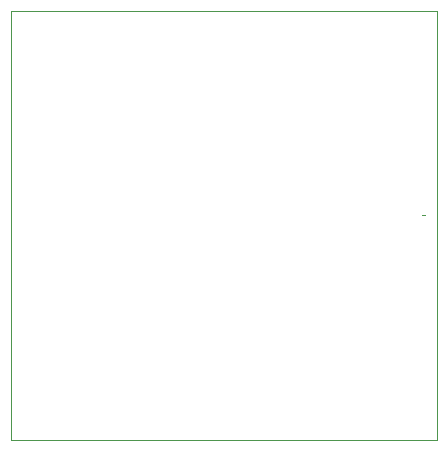
<source format=gbr>
G04 #@! TF.GenerationSoftware,KiCad,Pcbnew,(5.1.12)-1*
G04 #@! TF.CreationDate,2021-12-28T16:54:35-05:00*
G04 #@! TF.ProjectId,FlipDisplay-Motor,466c6970-4469-4737-906c-61792d4d6f74,rev?*
G04 #@! TF.SameCoordinates,Original*
G04 #@! TF.FileFunction,Profile,NP*
%FSLAX46Y46*%
G04 Gerber Fmt 4.6, Leading zero omitted, Abs format (unit mm)*
G04 Created by KiCad (PCBNEW (5.1.12)-1) date 2021-12-28 16:54:35*
%MOMM*%
%LPD*%
G01*
G04 APERTURE LIST*
G04 #@! TA.AperFunction,Profile*
%ADD10C,0.050000*%
G04 #@! TD*
G04 APERTURE END LIST*
D10*
X163322000Y-100584000D02*
X164592000Y-100584000D01*
X163322000Y-64262000D02*
X164592000Y-64262000D01*
X163576000Y-81534000D02*
X163322000Y-81534000D01*
X163322000Y-64262000D02*
X161036000Y-64262000D01*
X163322000Y-100584000D02*
X161036000Y-100584000D01*
X128524000Y-100584000D02*
X130048000Y-100584000D01*
X128524000Y-64262000D02*
X128524000Y-100584000D01*
X161036000Y-100584000D02*
X130048000Y-100584000D01*
X164592000Y-64262000D02*
X164592000Y-100584000D01*
X128524000Y-64262000D02*
X161036000Y-64262000D01*
M02*

</source>
